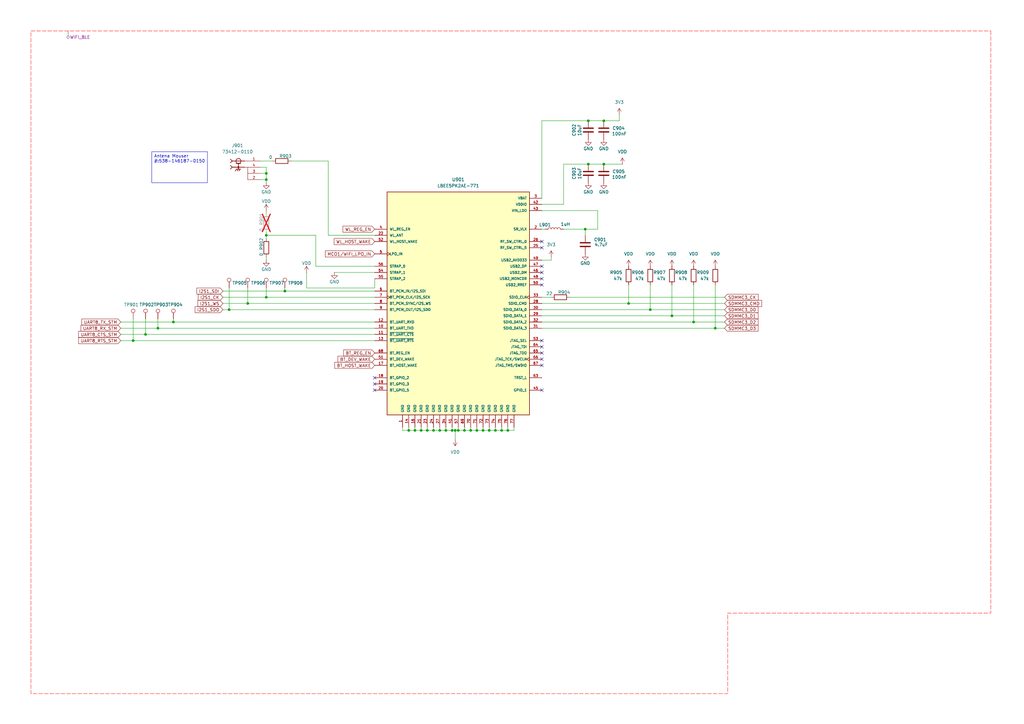
<source format=kicad_sch>
(kicad_sch (version 20250114) (generator "eeschema") (generator_version "9.0")
  (paper "A3")
  (title_block (comment 1 "Author: Mykola Grodskyi"))
  (lib_symbols
    (symbol "73412-0110:73412-0110" (pin_names (offset 1.016))
      (property "Reference" "J" (at -3.81 4.064 0))
      (property "Value" "73412-0110" (at -10.414 -4.572 0))
      (symbol "73412-0110_0_0"
        (polyline (pts (xy -3.302 3.302) (xy -2.54 2.54)) (stroke (width 0.254)))
        (polyline (pts (xy -3.302 1.778) (xy -2.54 2.54)) (stroke (width 0.254)))
        (polyline (pts (xy -3.302 0.762) (xy -2.54 0)) (stroke (width 0.254)))
        (polyline (pts (xy -3.302 -0.762) (xy -2.54 0)) (stroke (width 0.254)))
        (polyline (pts (xy -2.54 2.54) (xy 2.54 2.54)) (stroke (width 0.254)))
        (polyline (pts (xy -2.54 0) (xy 0 0)) (stroke (width 0.254)))
        (polyline (pts (xy -1.016 1.524) (xy 0 1.524)) (stroke (width 0.254)))
        (polyline (pts (xy -0.762 -0.762) (xy -1.27 -1.524)) (stroke (width 0.254)))
        (circle (center 0 2.54) (radius 1.016) (stroke (width 0.254)))
        (polyline (pts (xy 0 1.524) (xy 0 0)) (stroke (width 0.254)))
        (polyline (pts (xy 0 1.524) (xy 1.016 1.524)) (stroke (width 0.254)))
        (polyline (pts (xy 0 0) (xy -2.286 0)) (stroke (width 0.254)))
        (polyline (pts (xy 0 0) (xy 0 -0.762)) (stroke (width 0.254)))
        (circle (center 0 0) (radius 0.254) (stroke (width 0.254)))
        (polyline (pts (xy 0 -0.762) (xy -0.762 -0.762)) (stroke (width 0.254)))
        (polyline (pts (xy 0 -0.762) (xy -0.508 -1.524)) (stroke (width 0.254)))
        (polyline (pts (xy 0 -0.762) (xy 0.762 -0.762)) (stroke (width 0.254)))
        (polyline (pts (xy 0.762 -0.762) (xy 0.254 -1.524)) (stroke (width 0.254)))
        (polyline (pts (xy 2.54 0) (xy 0 0)) (stroke (width 0.254)))
        (pin passive line (at 8.89 2.54 180) (length 5.08) (name "~") (number "1"))
        (pin power_in line (at 8.89 0 180) (length 5.08) (name "~") (number "4"))
        (pin power_in line (at 8.89 -2.54 180) (length 5.08) (name "~") (number "3"))
        (pin power_in line (at 8.89 -5.08 180) (length 5.08) (name "~") (number "2"))
      )
      (symbol "73412-0110_0_1"
        (polyline (pts (xy 2.54 0) (xy 3.81 0) (xy 3.81 -5.08)))
        (polyline (pts (xy 3.81 2.54) (xy 2.54 2.54)))
      )
    )
    (symbol "Connector:TestPoint" (pin_numbers (hide yes)) (pin_names (offset 0.762) (hide yes))
      (property "Reference" "TP" (at 0 6.858 0))
      (property "Value" "TestPoint" (at 0 5.08 0))
      (symbol "TestPoint_0_1"
        (circle (center 0 3.302) (radius 0.762))
      )
      (symbol "TestPoint_1_1"
        (pin passive line (at 0 0 90) (length 2.54) (name "1") (number "1"))
      )
    )
    (symbol "Device:C" (pin_numbers (hide yes)) (pin_names (offset 0.254))
      (property "Reference" "C" (at 0.635 2.54 0))
      (property "Value" "C" (at 0.635 -2.54 0))
      (symbol "C_0_1"
        (polyline (pts (xy -2.032 0.762) (xy 2.032 0.762)) (stroke (width 0.508)))
        (polyline (pts (xy -2.032 -0.762) (xy 2.032 -0.762)) (stroke (width 0.508)))
      )
      (symbol "C_1_1"
        (pin passive line (at 0 3.81 270) (length 2.794) (name "~") (number "1"))
        (pin passive line (at 0 -3.81 90) (length 2.794) (name "~") (number "2"))
      )
    )
    (symbol "Device:L" (pin_numbers (hide yes)) (pin_names (offset 1.016) (hide yes))
      (property "Reference" "L" (at -1.27 0 90))
      (property "Value" "L" (at 1.905 0 90))
      (symbol "L_0_1"
        (arc (start 0 2.54) (mid 0.6323 1.905) (end 0 1.27))
        (arc (start 0 1.27) (mid 0.6323 0.635) (end 0 0))
        (arc (start 0 0) (mid 0.6323 -0.635) (end 0 -1.27))
        (arc (start 0 -1.27) (mid 0.6323 -1.905) (end 0 -2.54))
      )
      (symbol "L_1_1"
        (pin passive line (at 0 3.81 270) (length 1.27) (name "1") (number "1"))
        (pin passive line (at 0 -3.81 90) (length 1.27) (name "2") (number "2"))
      )
    )
    (symbol "Device:R" (pin_numbers (hide yes)) (pin_names (offset 0))
      (property "Reference" "R" (at 2.032 0 90))
      (property "Value" "R" (at 0 0 90))
      (symbol "R_0_1"
        (rectangle (start -1.016 -2.54) (end 1.016 2.54) (stroke (width 0.254)))
      )
      (symbol "R_1_1"
        (pin passive line (at 0 3.81 270) (length 1.27) (name "~") (number "1"))
        (pin passive line (at 0 -3.81 90) (length 1.27) (name "~") (number "2"))
      )
    )
    (symbol "LBEE5PK2AE:LBEE5PK2BC-771" (pin_names (offset 1.016))
      (property "Reference" "U" (at -27.94 46.482 0))
      (property "Value" "LBEE5PK2AE-771" (at -21.59 46.482 0))
      (symbol "LBEE5PK2BC-771_0_0"
        (rectangle (start -29.21 45.72) (end 29.21 -45.72) (stroke (width 0.254)) (fill (type background)))
        (pin input line (at -34.29 30.48 0) (length 5.08) (name "WL_REG_EN") (number "4"))
        (pin output line (at -34.29 27.94 0) (length 5.08) (name "WL_ANT") (number "22"))
        (pin output line (at -34.29 25.4 0) (length 5.08) (name "WL_HOST_WAKE") (number "52"))
        (pin input clock (at -34.29 20.32 0) (length 5.08) (name "LPO_IN") (number "5"))
        (pin input line (at -34.29 15.24 0) (length 5.08) (name "STRAP_0") (number "56"))
        (pin input line (at -34.29 12.7 0) (length 5.08) (name "STRAP_1") (number "54"))
        (pin input line (at -34.29 10.16 0) (length 5.08) (name "STRAP_2") (number "55"))
        (pin input line (at -34.29 -7.62 0) (length 5.08) (name "BT_UART_RXD") (number "12"))
        (pin output line (at -34.29 -10.16 0) (length 5.08) (name "BT_UART_TXD") (number "10"))
        (pin input line (at -34.29 -12.7 0) (length 5.08) (name "~{BT_UART_CTS}") (number "11"))
        (pin output line (at -34.29 -15.24 0) (length 5.08) (name "~{BT_UART_RTS}") (number "13"))
        (pin input line (at -34.29 -20.32 0) (length 5.08) (name "BT_REG_EN") (number "68"))
        (pin input line (at -34.29 -22.86 0) (length 5.08) (name "BT_DEV_WAKE") (number "51"))
        (pin bidirectional line (at -34.29 -25.4 0) (length 5.08) (name "BT_HOST_WAKE") (number "17"))
        (pin bidirectional line (at -34.29 -30.48 0) (length 5.08) (name "BT_GPIO_2") (number "18"))
        (pin bidirectional line (at -34.29 -33.02 0) (length 5.08) (name "BT_GPIO_3") (number "19"))
        (pin bidirectional line (at -34.29 -35.56 0) (length 5.08) (name "BT_GPIO_5") (number "20"))
        (pin power_in line (at -22.86 -50.8 90) (length 5.08) (name "GND") (number "1"))
        (pin power_in line (at -20.32 -50.8 90) (length 5.08) (name "GND") (number "14"))
        (pin power_in line (at -17.78 -50.8 90) (length 5.08) (name "GND") (number "16"))
        (pin power_in line (at -15.24 -50.8 90) (length 5.08) (name "GND") (number "21"))
        (pin power_in line (at -12.7 -50.8 90) (length 5.08) (name "GND") (number "23"))
        (pin power_in line (at -10.16 -50.8 90) (length 5.08) (name "GND") (number "24"))
        (pin power_in line (at -7.62 -50.8 90) (length 5.08) (name "GND") (number "27"))
        (pin power_in line (at -5.08 -50.8 90) (length 5.08) (name "GND") (number "34"))
        (pin power_in line (at -2.54 -50.8 90) (length 5.08) (name "GND") (number "41"))
        (pin power_in line (at 0 -50.8 90) (length 5.08) (name "GND") (number "57"))
        (pin no_connect line (at 1.27 -5.08 0) (length 5.08) (hide yes) (name "NC") (number "15"))
        (pin no_connect line (at 1.27 -7.62 0) (length 5.08) (hide yes) (name "NC") (number "35"))
        (pin no_connect line (at 1.27 -10.16 0) (length 5.08) (hide yes) (name "NC") (number "36"))
        (pin no_connect line (at 1.27 -12.7 0) (length 5.08) (hide yes) (name "NC") (number "37"))
        (pin no_connect line (at 1.27 -15.24 0) (length 5.08) (hide yes) (name "NC") (number "38"))
        (pin no_connect line (at 1.27 -17.78 0) (length 5.08) (hide yes) (name "NC") (number "39"))
        (pin no_connect line (at 1.27 -20.32 0) (length 5.08) (hide yes) (name "NC") (number "40"))
        (pin no_connect line (at 1.27 -22.86 0) (length 5.08) (hide yes) (name "NC") (number "59"))
        (pin no_connect line (at 1.27 -25.4 0) (length 5.08) (hide yes) (name "NC") (number "60"))
        (pin power_in line (at 2.54 -50.8 90) (length 5.08) (name "GND") (number "69"))
        (pin power_in line (at 5.08 -50.8 90) (length 5.08) (name "GND") (number "70"))
        (pin power_in line (at 7.62 -50.8 90) (length 5.08) (name "GND") (number "71"))
        (pin power_in line (at 10.16 -50.8 90) (length 5.08) (name "GND") (number "72"))
        (pin power_in line (at 12.7 -50.8 90) (length 5.08) (name "GND") (number "73"))
        (pin power_in line (at 15.24 -50.8 90) (length 5.08) (name "GND") (number "74"))
        (pin power_in line (at 17.78 -50.8 90) (length 5.08) (name "GND") (number "75"))
        (pin power_in line (at 20.32 -50.8 90) (length 5.08) (name "GND") (number "76"))
        (pin power_in line (at 22.86 -50.8 90) (length 5.08) (name "GND") (number "77"))
        (pin power_in line (at 34.29 43.18 180) (length 5.08) (name "VBAT") (number "3"))
        (pin power_in line (at 34.29 40.64 180) (length 5.08) (name "VDDIO") (number "42"))
        (pin power_in line (at 34.29 38.1 180) (length 5.08) (name "VIN_LDO") (number "43"))
        (pin output line (at 34.29 30.48 180) (length 5.08) (name "SR_VLX") (number "2"))
        (pin output line (at 34.29 25.4 180) (length 5.08) (name "RF_SW_CTRL_0") (number "26"))
        (pin output line (at 34.29 22.86 180) (length 5.08) (name "RF_SW_CTRL_5") (number "25"))
        (pin power_in line (at 34.29 17.78 180) (length 5.08) (name "USB2_AVDD33") (number "49"))
        (pin bidirectional line (at 34.29 15.24 180) (length 5.08) (name "USB2_DP") (number "47"))
        (pin bidirectional line (at 34.29 12.7 180) (length 5.08) (name "USB2_DM") (number "46"))
        (pin output line (at 34.29 10.16 180) (length 5.08) (name "USB2_MONCDR") (number "48"))
        (pin bidirectional line (at 34.29 7.62 180) (length 5.08) (name "USB2_RREF") (number "50"))
        (pin input clock (at 34.29 2.54 180) (length 5.08) (name "SDIO_CLK") (number "33"))
        (pin bidirectional line (at 34.29 0 180) (length 5.08) (name "SDIO_CMD") (number "28"))
        (pin bidirectional line (at 34.29 -2.54 180) (length 5.08) (name "SDIO_DATA_0") (number "30"))
        (pin bidirectional line (at 34.29 -5.08 180) (length 5.08) (name "SDIO_DATA_1") (number "29"))
        (pin bidirectional line (at 34.29 -7.62 180) (length 5.08) (name "SDIO_DATA_2") (number "32"))
        (pin bidirectional line (at 34.29 -10.16 180) (length 5.08) (name "SDIO_DATA_3") (number "31"))
        (pin input line (at 34.29 -15.24 180) (length 5.08) (name "JTAG_SEL") (number "53"))
        (pin bidirectional line (at 34.29 -17.78 180) (length 5.08) (name "JTAG_TDI") (number "64"))
        (pin bidirectional line (at 34.29 -20.32 180) (length 5.08) (name "JTAG_TDO") (number "65"))
        (pin bidirectional clock (at 34.29 -22.86 180) (length 5.08) (name "JTAG_TCK/SWCLK") (number "66"))
        (pin bidirectional line (at 34.29 -25.4 180) (length 5.08) (name "JTAG_TMS/SWDIO") (number "67"))
        (pin bidirectional line (at 34.29 -30.48 180) (length 5.08) (name "TRST_L") (number "63"))
        (pin bidirectional line (at 34.29 -35.56 180) (length 5.08) (name "GPIO_1") (number "45"))
      )
      (symbol "LBEE5PK2BC-771_1_0"
        (pin input line (at -34.29 5.08 0) (length 5.08) (name "BT_PCM_IN/I2S_SDI") (number "6"))
        (pin bidirectional clock (at -34.29 2.54 0) (length 5.08) (name "BT_PCM_CLK/I2S_SCK") (number "7"))
        (pin bidirectional line (at -34.29 0 0) (length 5.08) (name "BT_PCM_SYNC/I2S_WS") (number "8"))
        (pin output line (at -34.29 -2.54 0) (length 5.08) (name "BT_PCM_OUT/I2S_SDO") (number "9"))
        (pin no_connect line (at 1.27 -2.54 0) (length 5.08) (hide yes) (name "NC") (number "44"))
        (pin no_connect line (at 1.27 -27.94 0) (length 5.08) (hide yes) (name "NC") (number "58"))
        (pin no_connect line (at 1.27 -30.48 0) (length 5.08) (hide yes) (name "NC") (number "61"))
        (pin no_connect line (at 1.27 -33.02 0) (length 5.08) (hide yes) (name "NC") (number "62"))
      )
    )
    (symbol "power:+3.3V" (power) (pin_numbers (hide yes)) (pin_names (offset 0) (hide yes))
      (property "Value" "+3.3V" (at 0 3.556 0))
      (symbol "+3.3V_0_1"
        (polyline (pts (xy -0.762 1.27) (xy 0 2.54)))
        (polyline (pts (xy 0 2.54) (xy 0.762 1.27)))
        (polyline (pts (xy 0 0) (xy 0 2.54)))
      )
      (symbol "+3.3V_1_1"
        (pin power_in line (at 0 0 90) (length 0) (name "~") (number "1"))
      )
    )
    (symbol "power:+36V" (power) (pin_numbers (hide yes)) (pin_names (offset 0) (hide yes))
      (property "Value" "+36V" (at 0 3.556 0))
      (symbol "+36V_0_1"
        (polyline (pts (xy -0.762 1.27) (xy 0 2.54)))
        (polyline (pts (xy 0 2.54) (xy 0.762 1.27)))
        (polyline (pts (xy 0 0) (xy 0 2.54)))
      )
      (symbol "+36V_1_1"
        (pin power_in line (at 0 0 90) (length 0) (name "~") (number "1"))
      )
    )
    (symbol "power:GND" (power) (pin_numbers (hide yes)) (pin_names (offset 0) (hide yes))
      (property "Value" "GND" (at 0 -3.81 0))
      (symbol "GND_0_1"
        (polyline (pts (xy 0 0) (xy 0 -1.27) (xy 1.27 -1.27) (xy 0 -2.54) (xy -1.27 -1.27) (xy 0 -1.27)))
      )
      (symbol "GND_1_1"
        (pin power_in line (at 0 0 270) (length 0) (name "~") (number "1"))
      )
    )
  )
  (text_box "Antena Mouser #:538-146187-0150" (at 62.23 62.23 0) (size 22.86 12.7) (margins 0.9525 0.9525 0.9525 0.9525) (effects (font (size 1.27 1.27)) (justify left top)))
  (junction (at 170.18 176.53))
  (junction (at 203.2 176.53))
  (junction (at 180.34 176.53))
  (junction (at 284.48 132.08))
  (junction (at 208.28 176.53))
  (junction (at 109.22 121.92))
  (junction (at 275.59 129.54))
  (junction (at 59.69 137.16))
  (junction (at 195.58 176.53))
  (junction (at 177.8 176.53))
  (junction (at 64.77 134.62))
  (junction (at 116.84 119.38))
  (junction (at 247.65 67.31))
  (junction (at 109.22 71.12))
  (junction (at 54.61 139.7))
  (junction (at 241.3 67.31))
  (junction (at 109.22 73.66))
  (junction (at 198.12 176.53))
  (junction (at 175.26 176.53))
  (junction (at 266.7 127))
  (junction (at 190.5 176.53))
  (junction (at 71.12 132.08))
  (junction (at 257.81 124.46))
  (junction (at 205.74 176.53))
  (junction (at 293.37 134.62))
  (junction (at 101.6 124.46))
  (junction (at 193.04 176.53))
  (junction (at 186.69 176.53))
  (junction (at 200.66 176.53))
  (junction (at 240.03 93.98))
  (junction (at 241.3 49.53))
  (junction (at 187.96 176.53))
  (junction (at 185.42 176.53))
  (junction (at 167.64 176.53))
  (junction (at 182.88 176.53))
  (junction (at 247.65 49.53))
  (junction (at 109.22 96.52))
  (junction (at 93.98 127))
  (junction (at 172.72 176.53))
  (no_connect (at 153.67 154.94))
  (no_connect (at 222.25 111.76))
  (no_connect (at 222.25 116.84))
  (no_connect (at 222.25 149.86))
  (no_connect (at 222.25 139.7))
  (no_connect (at 222.25 114.3))
  (no_connect (at 222.25 109.22))
  (no_connect (at 153.67 157.48))
  (no_connect (at 222.25 99.06))
  (no_connect (at 222.25 160.02))
  (no_connect (at 222.25 147.32))
  (no_connect (at 222.25 144.78))
  (no_connect (at 222.25 142.24))
  (no_connect (at 222.25 101.6))
  (no_connect (at 153.67 160.02))
  (wire (pts (xy 231.14 93.98) (xy 240.03 93.98)))
  (wire (pts (xy 153.67 118.11) (xy 153.67 114.3)))
  (wire (pts (xy 233.68 121.92) (xy 297.18 121.92)))
  (wire (pts (xy 222.25 134.62) (xy 293.37 134.62)))
  (wire (pts (xy 222.25 132.08) (xy 284.48 132.08)))
  (wire (pts (xy 226.06 106.68) (xy 222.25 106.68)))
  (wire (pts (xy 109.22 73.66) (xy 109.22 71.12)))
  (wire (pts (xy 93.98 127) (xy 153.67 127)))
  (wire (pts (xy 172.72 176.53) (xy 172.72 175.26)))
  (wire (pts (xy 195.58 176.53) (xy 198.12 176.53)))
  (wire (pts (xy 109.22 121.92) (xy 153.67 121.92)))
  (wire (pts (xy 177.8 176.53) (xy 180.34 176.53)))
  (wire (pts (xy 109.22 96.52) (xy 129.54 96.52)))
  (wire (pts (xy 125.73 118.11) (xy 153.67 118.11)))
  (wire (pts (xy 172.72 176.53) (xy 175.26 176.53)))
  (wire (pts (xy 226.06 105.41) (xy 226.06 106.68)))
  (wire (pts (xy 241.3 49.53) (xy 247.65 49.53)))
  (wire (pts (xy 222.25 83.82) (xy 231.14 83.82)))
  (wire (pts (xy 109.22 68.58) (xy 106.68 68.58)))
  (wire (pts (xy 241.3 49.53) (xy 222.25 49.53)))
  (wire (pts (xy 49.53 134.62) (xy 64.77 134.62)))
  (wire (pts (xy 186.69 176.53) (xy 186.69 180.34)))
  (wire (pts (xy 101.6 118.11) (xy 101.6 124.46)))
  (wire (pts (xy 180.34 176.53) (xy 182.88 176.53)))
  (wire (pts (xy 106.68 71.12) (xy 109.22 71.12)))
  (wire (pts (xy 254 46.99) (xy 254 49.53)))
  (wire (pts (xy 49.53 139.7) (xy 54.61 139.7)))
  (wire (pts (xy 247.65 67.31) (xy 255.27 67.31)))
  (wire (pts (xy 203.2 176.53) (xy 205.74 176.53)))
  (wire (pts (xy 222.25 129.54) (xy 275.59 129.54)))
  (wire (pts (xy 297.18 129.54) (xy 275.59 129.54)))
  (wire (pts (xy 170.18 176.53) (xy 170.18 175.26)))
  (wire (pts (xy 222.25 49.53) (xy 222.25 81.28)))
  (wire (pts (xy 200.66 176.53) (xy 200.66 175.26)))
  (wire (pts (xy 182.88 176.53) (xy 182.88 175.26)))
  (wire (pts (xy 297.18 132.08) (xy 284.48 132.08)))
  (wire (pts (xy 109.22 96.52) (xy 109.22 95.25)))
  (wire (pts (xy 210.82 176.53) (xy 210.82 175.26)))
  (wire (pts (xy 185.42 176.53) (xy 186.69 176.53)))
  (wire (pts (xy 134.62 96.52) (xy 153.67 96.52)))
  (wire (pts (xy 106.68 66.04) (xy 111.76 66.04)))
  (wire (pts (xy 170.18 176.53) (xy 172.72 176.53)))
  (wire (pts (xy 177.8 176.53) (xy 177.8 175.26)))
  (wire (pts (xy 137.16 111.76) (xy 153.67 111.76)))
  (wire (pts (xy 222.25 86.36) (xy 245.11 86.36)))
  (wire (pts (xy 49.53 137.16) (xy 59.69 137.16)))
  (wire (pts (xy 116.84 119.38) (xy 153.67 119.38)))
  (wire (pts (xy 187.96 176.53) (xy 190.5 176.53)))
  (wire (pts (xy 185.42 176.53) (xy 185.42 175.26)))
  (wire (pts (xy 91.44 124.46) (xy 101.6 124.46)))
  (wire (pts (xy 208.28 176.53) (xy 208.28 175.26)))
  (wire (pts (xy 180.34 176.53) (xy 180.34 175.26)))
  (wire (pts (xy 186.69 176.53) (xy 187.96 176.53)))
  (wire (pts (xy 71.12 130.81) (xy 71.12 132.08)))
  (wire (pts (xy 167.64 176.53) (xy 170.18 176.53)))
  (wire (pts (xy 106.68 73.66) (xy 109.22 73.66)))
  (wire (pts (xy 109.22 74.93) (xy 109.22 73.66)))
  (wire (pts (xy 222.25 124.46) (xy 257.81 124.46)))
  (wire (pts (xy 297.18 134.62) (xy 293.37 134.62)))
  (wire (pts (xy 116.84 118.11) (xy 116.84 119.38)))
  (wire (pts (xy 59.69 137.16) (xy 153.67 137.16)))
  (wire (pts (xy 59.69 130.81) (xy 59.69 137.16)))
  (wire (pts (xy 91.44 127) (xy 93.98 127)))
  (wire (pts (xy 101.6 124.46) (xy 153.67 124.46)))
  (wire (pts (xy 109.22 96.52) (xy 109.22 97.79)))
  (wire (pts (xy 134.62 66.04) (xy 134.62 96.52)))
  (wire (pts (xy 91.44 121.92) (xy 109.22 121.92)))
  (wire (pts (xy 119.38 66.04) (xy 134.62 66.04)))
  (wire (pts (xy 71.12 132.08) (xy 153.67 132.08)))
  (wire (pts (xy 275.59 116.84) (xy 275.59 129.54)))
  (wire (pts (xy 266.7 116.84) (xy 266.7 127)))
  (wire (pts (xy 222.25 93.98) (xy 223.52 93.98)))
  (wire (pts (xy 195.58 176.53) (xy 195.58 175.26)))
  (wire (pts (xy 193.04 176.53) (xy 195.58 176.53)))
  (wire (pts (xy 187.96 176.53) (xy 187.96 175.26)))
  (wire (pts (xy 203.2 176.53) (xy 203.2 175.26)))
  (wire (pts (xy 190.5 176.53) (xy 190.5 175.26)))
  (wire (pts (xy 297.18 127) (xy 266.7 127)))
  (wire (pts (xy 93.98 118.11) (xy 93.98 127)))
  (wire (pts (xy 240.03 93.98) (xy 240.03 96.52)))
  (wire (pts (xy 91.44 119.38) (xy 116.84 119.38)))
  (wire (pts (xy 297.18 124.46) (xy 257.81 124.46)))
  (wire (pts (xy 165.1 176.53) (xy 167.64 176.53)))
  (wire (pts (xy 247.65 49.53) (xy 254 49.53)))
  (wire (pts (xy 293.37 116.84) (xy 293.37 134.62)))
  (wire (pts (xy 231.14 67.31) (xy 241.3 67.31)))
  (wire (pts (xy 240.03 93.98) (xy 245.11 93.98)))
  (wire (pts (xy 231.14 83.82) (xy 231.14 67.31)))
  (wire (pts (xy 182.88 176.53) (xy 185.42 176.53)))
  (wire (pts (xy 205.74 176.53) (xy 208.28 176.53)))
  (wire (pts (xy 129.54 96.52) (xy 129.54 109.22)))
  (wire (pts (xy 175.26 176.53) (xy 177.8 176.53)))
  (wire (pts (xy 109.22 106.68) (xy 109.22 105.41)))
  (wire (pts (xy 198.12 176.53) (xy 200.66 176.53)))
  (wire (pts (xy 193.04 176.53) (xy 193.04 175.26)))
  (wire (pts (xy 198.12 176.53) (xy 198.12 175.26)))
  (wire (pts (xy 190.5 176.53) (xy 193.04 176.53)))
  (wire (pts (xy 245.11 86.36) (xy 245.11 93.98)))
  (wire (pts (xy 54.61 139.7) (xy 153.67 139.7)))
  (wire (pts (xy 175.26 176.53) (xy 175.26 175.26)))
  (wire (pts (xy 205.74 176.53) (xy 205.74 175.26)))
  (wire (pts (xy 109.22 118.11) (xy 109.22 121.92)))
  (wire (pts (xy 64.77 130.81) (xy 64.77 134.62)))
  (wire (pts (xy 241.3 67.31) (xy 247.65 67.31)))
  (wire (pts (xy 167.64 176.53) (xy 167.64 175.26)))
  (wire (pts (xy 54.61 130.81) (xy 54.61 139.7)))
  (wire (pts (xy 109.22 71.12) (xy 109.22 68.58)))
  (wire (pts (xy 49.53 132.08) (xy 71.12 132.08)))
  (wire (pts (xy 129.54 109.22) (xy 153.67 109.22)))
  (wire (pts (xy 165.1 176.53) (xy 165.1 175.26)))
  (wire (pts (xy 284.48 116.84) (xy 284.48 132.08)))
  (wire (pts (xy 64.77 134.62) (xy 153.67 134.62)))
  (wire (pts (xy 208.28 176.53) (xy 210.82 176.53)))
  (wire (pts (xy 125.73 111.76) (xy 125.73 118.11)))
  (wire (pts (xy 109.22 86.36) (xy 109.22 87.63)))
  (wire (pts (xy 200.66 176.53) (xy 203.2 176.53)))
  (wire (pts (xy 222.25 127) (xy 266.7 127)))
  (wire (pts (xy 257.81 116.84) (xy 257.81 124.46)))
  (wire (pts (xy 222.25 121.92) (xy 226.06 121.92)))
  (global_label "I2S1_WS" (shape input) (at 91.44 124.46 180) (property "Intersheetrefs" "${INTERSHEET_REFS}" (effects (hide yes))))
  (global_label "UART8_CTS_STM" (shape input) (at 49.53 137.16 180) (property "Intersheetrefs" "${INTERSHEET_REFS}" (effects (hide yes))))
  (global_label "I2S1_SDO" (shape input) (at 91.44 127 180) (property "Intersheetrefs" "${INTERSHEET_REFS}" (effects (hide yes))))
  (global_label "UART8_RTS_STM" (shape input) (at 49.53 139.7 180) (property "Intersheetrefs" "${INTERSHEET_REFS}" (effects (hide yes))))
  (global_label "SDMMC3_D2" (shape input) (at 297.18 132.08 0) (property "Intersheetrefs" "${INTERSHEET_REFS}" (effects (hide yes))))
  (global_label "WL_HOST_WAKE" (shape input) (at 153.67 99.06 180) (property "Intersheetrefs" "${INTERSHEET_REFS}" (effects (hide yes))))
  (global_label "UART8_TX_STM" (shape input) (at 49.53 132.08 180) (property "Intersheetrefs" "${INTERSHEET_REFS}" (effects (hide yes))))
  (global_label "MCO1{slash}WIFI_LPO_IN" (shape input) (at 153.67 104.14 180) (property "Intersheetrefs" "${INTERSHEET_REFS}" (effects (hide yes))))
  (global_label "SDMMC3_CK" (shape input) (at 297.18 121.92 0) (property "Intersheetrefs" "${INTERSHEET_REFS}" (effects (hide yes))))
  (global_label "I2S1_SDI" (shape input) (at 91.44 119.38 180) (property "Intersheetrefs" "${INTERSHEET_REFS}" (effects (hide yes))))
  (global_label "SDMMC3_D0" (shape input) (at 297.18 127 0) (property "Intersheetrefs" "${INTERSHEET_REFS}" (effects (hide yes))))
  (global_label "SDMMC3_CMD" (shape input) (at 297.18 124.46 0) (property "Intersheetrefs" "${INTERSHEET_REFS}" (effects (hide yes))))
  (global_label "WL_REG_EN" (shape input) (at 153.67 93.98 180) (property "Intersheetrefs" "${INTERSHEET_REFS}" (effects (hide yes))))
  (global_label "BT_REG_EN" (shape input) (at 153.67 144.78 180) (property "Intersheetrefs" "${INTERSHEET_REFS}" (effects (hide yes))))
  (global_label "SDMMC3_D3" (shape input) (at 297.18 134.62 0) (property "Intersheetrefs" "${INTERSHEET_REFS}" (effects (hide yes))))
  (global_label "UART8_RX_STM" (shape input) (at 49.53 134.62 180) (property "Intersheetrefs" "${INTERSHEET_REFS}" (effects (hide yes))))
  (global_label "BT_DEV_WAKE" (shape input) (at 153.67 147.32 180) (property "Intersheetrefs" "${INTERSHEET_REFS}" (effects (hide yes))))
  (global_label "BT_HOST_WAKE" (shape input) (at 153.67 149.86 180) (property "Intersheetrefs" "${INTERSHEET_REFS}" (effects (hide yes))))
  (global_label "SDMMC3_D1" (shape input) (at 297.18 129.54 0) (property "Intersheetrefs" "${INTERSHEET_REFS}" (effects (hide yes))))
  (global_label "I2S1_CK" (shape input) (at 91.44 121.92 180) (property "Intersheetrefs" "${INTERSHEET_REFS}" (effects (hide yes))))
  (rule_area (polyline (pts (xy 406.4 12.7) (xy 406.4 251.46) (xy 298.45 251.46) (xy 298.45 284.48) (xy 12.7 284.48) (xy 12.7 12.7)) (stroke (width 0) (type dash))))
  (netclass_flag "" (length 2.54) (shape round) (at 27.94 12.7 180) (property "Netclass" "WIFI_BLE" (at 28.6385 15.24 0) (effects (justify left))))
  (symbol (lib_id "power:+36V") (at 284.48 109.22 0) (mirror y) (unit 1)
    (property "Reference" "#PWR0918" (effects (hide yes)))
    (property "Value" "VDD" (at 284.48 104.14 0))
    (property "Description" "Power symbol creates a global label with name \"+36V\"" (effects (hide yes)))
  )
  (symbol (lib_id "power:GND") (at 240.03 104.14 0) (unit 1)
    (property "Reference" "#PWR0908" (effects (hide yes)))
    (property "Value" "GND" (at 240.03 107.95 0))
    (property "Description" "Power symbol creates a global label with name \"GND\" , ground" (effects (hide yes)))
  )
  (symbol (lib_id "Connector:TestPoint") (at 54.61 130.81 0) (unit 1)
    (property "Reference" "TP901" (at 50.8 124.968 0) (effects (justify left)))
    (property "Value" "TestPoint" (effects (hide yes)))
    (property "Footprint" "lib:TP_0.5" (effects (hide yes)))
    (property "Description" "test point" (effects (hide yes)))
  )
  (symbol (lib_id "power:+36V") (at 125.73 111.76 0) (mirror y) (unit 1)
    (property "Reference" "#PWR0904" (effects (hide yes)))
    (property "Value" "VDD" (at 125.73 107.95 0))
    (property "Description" "Power symbol creates a global label with name \"+36V\"" (effects (hide yes)))
  )
  (symbol (lib_id "power:GND") (at 137.16 111.76 0) (unit 1)
    (property "Reference" "#PWR0905" (effects (hide yes)))
    (property "Value" "GND" (at 137.16 115.57 0))
    (property "Description" "Power symbol creates a global label with name \"GND\" , ground" (effects (hide yes)))
  )
  (symbol (lib_id "Connector:TestPoint") (at 101.6 118.11 0) (unit 1)
    (property "Reference" "TP906" (at 102.87 116.078 0) (effects (justify left)))
    (property "Value" "TestPoint" (effects (hide yes)))
    (property "Footprint" "lib:TP_0.5" (effects (hide yes)))
    (property "Description" "test point" (effects (hide yes)))
  )
  (symbol (lib_id "Device:R") (at 109.22 101.6 0) (mirror x) (unit 1)
    (property "Reference" "R902" (at 107.188 100.076 90))
    (property "Value" "0" (at 107.188 104.394 90))
    (property "Footprint" "Resistor_SMD:R_0402_1005Metric" (effects (hide yes)))
    (property "Description" "Resistor" (effects (hide yes)))
  )
  (symbol (lib_id "Connector:TestPoint") (at 109.22 118.11 0) (unit 1)
    (property "Reference" "TP907" (at 110.49 116.078 0) (effects (justify left)))
    (property "Value" "TestPoint" (effects (hide yes)))
    (property "Footprint" "lib:TP_0.5" (effects (hide yes)))
    (property "Description" "test point" (effects (hide yes)))
  )
  (symbol (lib_id "Connector:TestPoint") (at 71.12 130.81 0) (unit 1)
    (property "Reference" "TP904" (at 68.834 124.968 0) (effects (justify left)))
    (property "Value" "TestPoint" (effects (hide yes)))
    (property "Footprint" "lib:TP_0.5" (effects (hide yes)))
    (property "Description" "test point" (effects (hide yes)))
  )
  (symbol (lib_id "LBEE5PK2AE:LBEE5PK2BC-771") (at 187.96 124.46 0) (unit 1)
    (property "Reference" "U901" (at 187.96 73.66 0))
    (property "Value" "LBEE5PK2AE-771" (at 187.96 76.2 0))
    (property "Footprint" "lib:XCVR_LBEE5PK2AE-771" (effects (hide yes)))
    (property "MF" "Murata" (effects (hide yes)))
    (property "MAXIMUM_PACKAGE_HEIGHT" "1.22mm" (effects (hide yes)))
    (property "Package" "None" (effects (hide yes)))
    (property "Price" "None" (effects (hide yes)))
    (property "STANDARD" "Manufacturer Recommendations" (effects (hide yes)))
    (property "PARTREV" "E" (effects (hide yes)))
    (property "Description_1" "Bluetooth, WiFi 802.11a/b/g/n/ac, Bluetooth v5.2 Transceiver Module 2.412GHz ~ 2.472GHz, 5.18GHz ~ 5.825GHz Surface Mount" (effects (hide yes)))
    (property "Availability" "In Stock" (effects (hide yes)))
    (property "MANUFACTURER" "Murata" (effects (hide yes)))
    (property "Check_prices" "https://www.snapeda.com/parts/LBEE5PK2BC-771/Murata/view-part/?ref=eda" (effects (hide yes)))
    (property "SnapEDA_Link" "https://www.snapeda.com/parts/LBEE5PK2BC-771/Murata/view-part/?ref=snap" (effects (hide yes)))
    (property "MP" "LBEE5PK2BC-771" (effects (hide yes)))
    (property "SNAPEDA_PN" "LBEE5PK2BC-771" (effects (hide yes)))
  )
  (symbol (lib_id "power:GND") (at 109.22 74.93 0) (unit 1)
    (property "Reference" "#PWR0901" (effects (hide yes)))
    (property "Value" "GND" (at 109.22 78.74 0))
    (property "Description" "Power symbol creates a global label with name \"GND\" , ground" (effects (hide yes)))
  )
  (symbol (lib_id "power:GND") (at 109.22 106.68 0) (unit 1)
    (property "Reference" "#PWR0903" (effects (hide yes)))
    (property "Value" "GND" (at 109.22 110.49 0))
    (property "Description" "Power symbol creates a global label with name \"GND\" , ground" (effects (hide yes)))
  )
  (symbol (lib_id "73412-0110:73412-0110") (at 97.79 68.58 0) (unit 1)
    (property "Reference" "J901" (at 97.409 59.69 0))
    (property "Value" "73412-0110" (at 97.409 62.23 0))
    (property "Footprint" "lib:MOLEX_73412-0110" (effects (hide yes)))
    (property "MF" "Molex" (effects (hide yes)))
    (property "MAXIMUM_PACKAGE_HEIGHT" "1.31 mm" (effects (hide yes)))
    (property "Package" "None" (effects (hide yes)))
    (property "Price" "None" (effects (hide yes)))
    (property "Check_prices" "https://www.snapeda.com/parts/73412-0110/Molex/view-part/?ref=eda" (effects (hide yes)))
    (property "STANDARD" "Manufacturer Recommendations" (effects (hide yes)))
    (property "PARTREV" "D" (effects (hide yes)))
    (property "SnapEDA_Link" "https://www.snapeda.com/parts/73412-0110/Molex/view-part/?ref=snap" (effects (hide yes)))
    (property "MP" "73412-0110" (effects (hide yes)))
    (property "Description_1" "Conn; RF/Coaxial; SMT; 50 Ohms; 1.25mm; Straight; Jack; Gold Plated | Molex Incorporated 73412-0110" (effects (hide yes)))
    (property "Availability" "In Stock" (effects (hide yes)))
    (property "MANUFACTURER" "Molex" (effects (hide yes)))
  )
  (symbol (lib_id "power:+3.3V") (at 226.06 105.41 0) (unit 1)
    (property "Reference" "#PWR0907" (effects (hide yes)))
    (property "Value" "3V3" (at 226.06 100.33 0))
    (property "Description" "Power symbol creates a global label with name \"+3.3V\"" (effects (hide yes)))
  )
  (symbol (lib_id "Device:C") (at 247.65 71.12 180) (unit 1)
    (property "Reference" "C905" (at 253.746 70.358 0))
    (property "Value" "100nF" (at 254 72.644 0))
    (property "Footprint" "lib:C_0402_small" (effects (hide yes)))
    (property "Description" "Unpolarized capacitor" (effects (hide yes)))
    (property "P/N" " GRM155R61E104KA87J" (effects (hide yes)))
    (property "Mouser P/N" "81-GRM155R61E104KA7J" (effects (hide yes)))
  )
  (symbol (lib_id "Device:C") (at 247.65 53.34 180) (unit 1)
    (property "Reference" "C904" (at 253.746 52.578 0))
    (property "Value" "100nF" (at 254 54.864 0))
    (property "Footprint" "lib:C_0402_small" (effects (hide yes)))
    (property "Description" "Unpolarized capacitor" (effects (hide yes)))
    (property "P/N" " GRM155R61E104KA87J" (effects (hide yes)))
    (property "Mouser P/N" "81-GRM155R61E104KA7J" (effects (hide yes)))
  )
  (symbol (lib_id "Device:R") (at 284.48 113.03 0) (mirror x) (unit 1)
    (property "Reference" "R908" (at 281.94 111.7599 0) (effects (justify right)))
    (property "Value" "47k" (at 281.94 114.2999 0) (effects (justify right)))
    (property "Footprint" "Resistor_SMD:R_0402_1005Metric" (effects (hide yes)))
    (property "Description" "Resistor" (effects (hide yes)))
  )
  (symbol (lib_id "Device:L") (at 227.33 93.98 90) (unit 1)
    (property "Reference" "L901" (at 223.52 92.202 90))
    (property "Value" "1uH" (at 231.902 91.948 90))
    (property "Footprint" "Inductor_SMD:L_Murata_DFE201610P" (effects (hide yes)))
    (property "Description" "Inductor" (effects (hide yes)))
    (property "P/N" " DFE201612E-2R2M=P2" (effects (hide yes)))
    (property "Mouser P/N" "81-DFE201612E-2R2MP2" (effects (hide yes)))
  )
  (symbol (lib_id "power:+36V") (at 186.69 180.34 180) (unit 1)
    (property "Reference" "#PWR0906" (effects (hide yes)))
    (property "Value" "VDD" (at 186.69 185.42 0))
    (property "Description" "Power symbol creates a global label with name \"+36V\"" (effects (hide yes)))
  )
  (symbol (lib_id "power:+36V") (at 109.22 86.36 0) (mirror y) (unit 1)
    (property "Reference" "#PWR0902" (effects (hide yes)))
    (property "Value" "VDD" (at 109.22 82.55 0))
    (property "Description" "Power symbol creates a global label with name \"+36V\"" (effects (hide yes)))
  )
  (symbol (lib_id "power:GND") (at 241.3 57.15 0) (unit 1)
    (property "Reference" "#PWR0909" (effects (hide yes)))
    (property "Value" "GND" (at 241.3 60.96 0))
    (property "Description" "Power symbol creates a global label with name \"GND\" , ground" (effects (hide yes)))
  )
  (symbol (lib_id "power:GND") (at 247.65 57.15 0) (unit 1)
    (property "Reference" "#PWR0911" (effects (hide yes)))
    (property "Value" "GND" (at 247.65 60.96 0))
    (property "Description" "Power symbol creates a global label with name \"GND\" , ground" (effects (hide yes)))
  )
  (symbol (lib_id "power:+36V") (at 293.37 109.22 0) (mirror y) (unit 1)
    (property "Reference" "#PWR0919" (effects (hide yes)))
    (property "Value" "VDD" (at 293.37 104.14 0))
    (property "Description" "Power symbol creates a global label with name \"+36V\"" (effects (hide yes)))
  )
  (symbol (lib_id "Device:C") (at 241.3 71.12 180) (unit 1)
    (property "Reference" "C903" (at 235.458 71.12 90))
    (property "Value" "10uF" (at 237.744 71.12 90))
    (property "Footprint" "Capacitor_SMD:C_0603_1608Metric" (effects (hide yes)))
    (property "Description" "Unpolarized capacitor" (effects (hide yes)))
    (property "P/N" "GRT188R61A106KE13D" (effects (hide yes)))
    (property "Mouser P/N" "81-GRT188R61A106KE3D" (effects (hide yes)))
  )
  (symbol (lib_id "Device:R") (at 257.81 113.03 0) (mirror x) (unit 1)
    (property "Reference" "R905" (at 255.27 111.7599 0) (effects (justify right)))
    (property "Value" "47k" (at 255.27 114.2999 0) (effects (justify right)))
    (property "Footprint" "Resistor_SMD:R_0402_1005Metric" (effects (hide yes)))
    (property "Description" "Resistor" (effects (hide yes)))
  )
  (symbol (lib_id "Device:R") (at 115.57 66.04 90) (mirror x) (unit 1)
    (property "Reference" "R903" (at 117.094 64.008 90))
    (property "Value" "0" (at 110.998 64.516 90))
    (property "Footprint" "Resistor_SMD:R_0402_1005Metric" (effects (hide yes)))
    (property "Description" "Resistor" (effects (hide yes)))
  )
  (symbol (lib_id "power:GND") (at 247.65 74.93 0) (unit 1)
    (property "Reference" "#PWR0912" (effects (hide yes)))
    (property "Value" "GND" (at 247.65 78.74 0))
    (property "Description" "Power symbol creates a global label with name \"GND\" , ground" (effects (hide yes)))
  )
  (symbol (lib_id "Device:C") (at 241.3 53.34 180) (unit 1)
    (property "Reference" "C902" (at 235.458 53.34 90))
    (property "Value" "10uF" (at 237.744 53.34 90))
    (property "Footprint" "Capacitor_SMD:C_0603_1608Metric" (effects (hide yes)))
    (property "Description" "Unpolarized capacitor" (effects (hide yes)))
    (property "P/N" "GRT188R61A106KE13D" (effects (hide yes)))
    (property "Mouser P/N" "81-GRT188R61A106KE3D" (effects (hide yes)))
  )
  (symbol (lib_id "Device:R") (at 275.59 113.03 0) (mirror x) (unit 1)
    (property "Reference" "R907" (at 273.05 111.7599 0) (effects (justify right)))
    (property "Value" "47k" (at 273.05 114.2999 0) (effects (justify right)))
    (property "Footprint" "Resistor_SMD:R_0402_1005Metric" (effects (hide yes)))
    (property "Description" "Resistor" (effects (hide yes)))
  )
  (symbol (lib_id "Connector:TestPoint") (at 64.77 130.81 0) (unit 1)
    (property "Reference" "TP903" (at 62.992 124.968 0) (effects (justify left)))
    (property "Value" "TestPoint" (effects (hide yes)))
    (property "Footprint" "lib:TP_0.5" (effects (hide yes)))
    (property "Description" "test point" (effects (hide yes)))
  )
  (symbol (lib_id "power:GND") (at 241.3 74.93 0) (unit 1)
    (property "Reference" "#PWR0910" (effects (hide yes)))
    (property "Value" "GND" (at 241.3 78.74 0))
    (property "Description" "Power symbol creates a global label with name \"GND\" , ground" (effects (hide yes)))
  )
  (symbol (lib_id "Connector:TestPoint") (at 93.98 118.11 0) (unit 1)
    (property "Reference" "TP905" (at 95.25 116.078 0) (effects (justify left)))
    (property "Value" "TestPoint" (effects (hide yes)))
    (property "Footprint" "lib:TP_0.5" (effects (hide yes)))
    (property "Description" "test point" (effects (hide yes)))
  )
  (symbol (lib_id "Device:R") (at 109.22 91.44 0) (mirror x) (unit 1) (dnp yes)
    (property "Reference" "R901" (at 107.188 89.916 90))
    (property "Value" "0" (at 107.188 94.234 90))
    (property "Footprint" "Resistor_SMD:R_0402_1005Metric" (effects (hide yes)))
    (property "Description" "Resistor" (effects (hide yes)))
  )
  (symbol (lib_id "power:+36V") (at 266.7 109.22 0) (mirror y) (unit 1)
    (property "Reference" "#PWR0916" (effects (hide yes)))
    (property "Value" "VDD" (at 266.7 104.14 0))
    (property "Description" "Power symbol creates a global label with name \"+36V\"" (effects (hide yes)))
  )
  (symbol (lib_id "Device:R") (at 266.7 113.03 0) (mirror x) (unit 1)
    (property "Reference" "R906" (at 264.16 111.7599 0) (effects (justify right)))
    (property "Value" "47k" (at 264.16 114.2999 0) (effects (justify right)))
    (property "Footprint" "Resistor_SMD:R_0402_1005Metric" (effects (hide yes)))
    (property "Description" "Resistor" (effects (hide yes)))
  )
  (symbol (lib_id "Device:C") (at 240.03 100.33 180) (unit 1)
    (property "Reference" "C901" (at 243.586 98.298 0) (effects (justify right)))
    (property "Value" "4.7uF" (at 243.84 100.33 0) (effects (justify right)))
    (property "Footprint" "lib:C_0402_small" (effects (hide yes)))
    (property "Description" "Unpolarized capacitor" (effects (hide yes)))
    (property "P/N" "GRM155R60J475ME47" (effects (hide yes)))
    (property "Mouser P/N" "81-GRM155R60J475ME7J" (effects (hide yes)))
  )
  (symbol (lib_id "power:+36V") (at 257.81 109.22 0) (mirror y) (unit 1)
    (property "Reference" "#PWR0915" (effects (hide yes)))
    (property "Value" "VDD" (at 257.81 104.14 0))
    (property "Description" "Power symbol creates a global label with name \"+36V\"" (effects (hide yes)))
  )
  (symbol (lib_id "power:+36V") (at 275.59 109.22 0) (mirror y) (unit 1)
    (property "Reference" "#PWR0917" (effects (hide yes)))
    (property "Value" "VDD" (at 275.59 104.14 0))
    (property "Description" "Power symbol creates a global label with name \"+36V\"" (effects (hide yes)))
  )
  (symbol (lib_id "Device:R") (at 293.37 113.03 0) (mirror x) (unit 1)
    (property "Reference" "R909" (at 290.83 111.7599 0) (effects (justify right)))
    (property "Value" "47k" (at 290.83 114.2999 0) (effects (justify right)))
    (property "Footprint" "Resistor_SMD:R_0402_1005Metric" (effects (hide yes)))
    (property "Description" "Resistor" (effects (hide yes)))
  )
  (symbol (lib_id "Connector:TestPoint") (at 116.84 118.11 0) (unit 1)
    (property "Reference" "TP908" (at 118.11 116.078 0) (effects (justify left)))
    (property "Value" "TestPoint" (effects (hide yes)))
    (property "Footprint" "lib:TP_0.5" (effects (hide yes)))
    (property "Description" "test point" (effects (hide yes)))
  )
  (symbol (lib_id "power:+3.3V") (at 254 46.99 0) (unit 1)
    (property "Reference" "#PWR0913" (effects (hide yes)))
    (property "Value" "3V3" (at 254 41.91 0))
    (property "Description" "Power symbol creates a global label with name \"+3.3V\"" (effects (hide yes)))
  )
  (symbol (lib_id "Device:R") (at 229.87 121.92 90) (mirror x) (unit 1)
    (property "Reference" "R904" (at 231.394 119.888 90))
    (property "Value" "22" (at 225.298 120.396 90))
    (property "Footprint" "Resistor_SMD:R_0402_1005Metric" (effects (hide yes)))
    (property "Description" "Resistor" (effects (hide yes)))
  )
  (symbol (lib_id "Connector:TestPoint") (at 59.69 130.81 0) (unit 1)
    (property "Reference" "TP902" (at 57.15 124.968 0) (effects (justify left)))
    (property "Value" "TestPoint" (effects (hide yes)))
    (property "Footprint" "lib:TP_0.5" (effects (hide yes)))
    (property "Description" "test point" (effects (hide yes)))
  )
  (symbol (lib_id "power:+36V") (at 255.27 67.31 0) (mirror y) (unit 1)
    (property "Reference" "#PWR0914" (effects (hide yes)))
    (property "Value" "VDD" (at 255.27 62.23 0))
    (property "Description" "Power symbol creates a global label with name \"+36V\"" (effects (hide yes)))
  )
)
</source>
